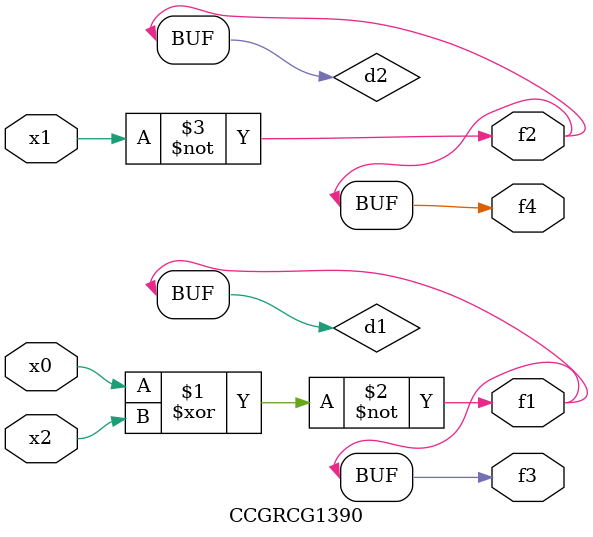
<source format=v>
module CCGRCG1390(
	input x0, x1, x2,
	output f1, f2, f3, f4
);

	wire d1, d2, d3;

	xnor (d1, x0, x2);
	nand (d2, x1);
	nor (d3, x1, x2);
	assign f1 = d1;
	assign f2 = d2;
	assign f3 = d1;
	assign f4 = d2;
endmodule

</source>
